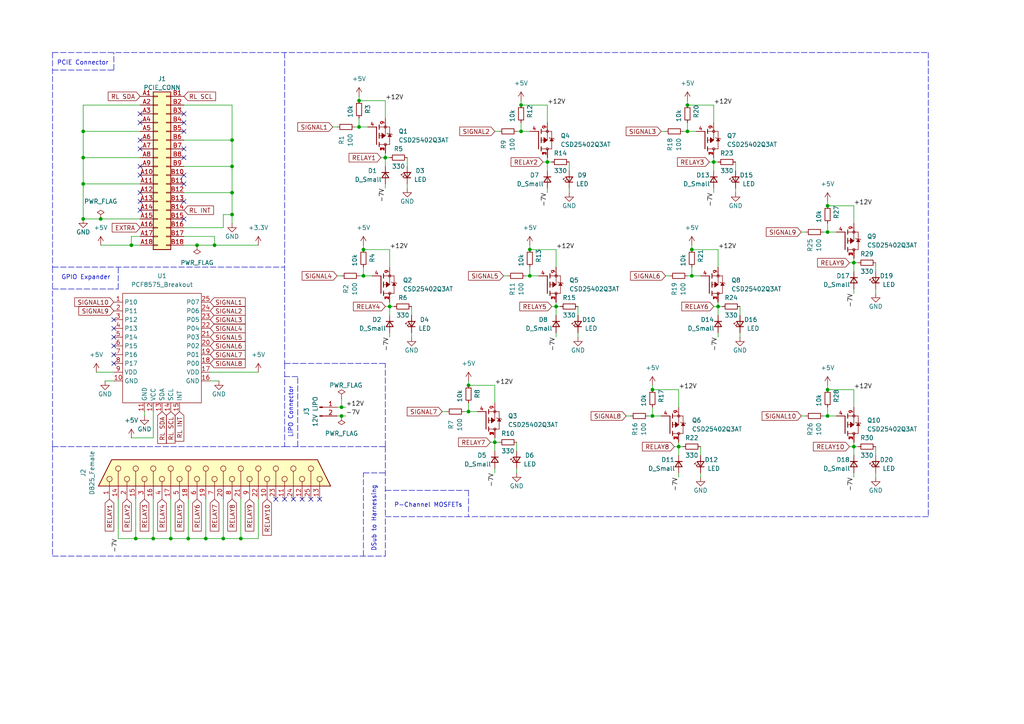
<source format=kicad_sch>
(kicad_sch (version 20211123) (generator eeschema)
  (paper "A4")
  (junction (at 49.53 156.21))
  (junction (at 44.45 156.21))
  (junction (at 247.65 129.54))
  (junction (at 113.03 88.9))
  (junction (at 151.13 30.48))
  (junction (at 189.23 120.65))
  (junction (at 105.41 72.39))
  (junction (at 161.29 88.9))
  (junction (at 38.1 71.12))
  (junction (at 67.31 48.26))
  (junction (at 240.03 113.03))
  (junction (at 104.14 36.83))
  (junction (at 207.01 46.99))
  (junction (at 67.31 55.88))
  (junction (at 99.06 120.65))
  (junction (at 196.85 129.54))
  (junction (at 105.41 80.01))
  (junction (at 59.69 156.21))
  (junction (at 57.15 71.12))
  (junction (at 208.28 88.9))
  (junction (at 199.39 30.48))
  (junction (at 247.65 76.2))
  (junction (at 24.13 38.1))
  (junction (at 199.39 38.1))
  (junction (at 104.14 29.21))
  (junction (at 135.89 119.38))
  (junction (at 64.77 156.21))
  (junction (at 153.67 80.01))
  (junction (at 24.13 63.5))
  (junction (at 67.31 40.64))
  (junction (at 240.03 67.31))
  (junction (at 29.21 63.5))
  (junction (at 143.51 128.27))
  (junction (at 62.23 71.12))
  (junction (at 135.89 111.76))
  (junction (at 200.66 72.39))
  (junction (at 151.13 38.1))
  (junction (at 69.85 156.21))
  (junction (at 24.13 45.72))
  (junction (at 24.13 53.34))
  (junction (at 111.76 45.72))
  (junction (at 153.67 72.39))
  (junction (at 240.03 120.65))
  (junction (at 67.31 62.23))
  (junction (at 54.61 156.21))
  (junction (at 200.66 80.01))
  (junction (at 240.03 59.69))
  (junction (at 158.75 46.99))
  (junction (at 99.06 118.11))
  (junction (at 189.23 113.03))
  (junction (at 39.37 156.21))
  (no_connect (at 33.02 95.25))
  (no_connect (at 33.02 92.71))
  (no_connect (at 33.02 97.79))
  (no_connect (at 53.34 58.42))
  (no_connect (at 53.34 53.34))
  (no_connect (at 53.34 50.8))
  (no_connect (at 40.64 58.42))
  (no_connect (at 40.64 40.64))
  (no_connect (at 40.64 60.96))
  (no_connect (at 40.64 43.18))
  (no_connect (at 40.64 48.26))
  (no_connect (at 40.64 50.8))
  (no_connect (at 40.64 55.88))
  (no_connect (at 53.34 33.02))
  (no_connect (at 53.34 43.18))
  (no_connect (at 53.34 45.72))
  (no_connect (at 40.64 33.02))
  (no_connect (at 53.34 63.5))
  (no_connect (at 53.34 38.1))
  (no_connect (at 40.64 35.56))
  (no_connect (at 53.34 35.56))
  (no_connect (at 85.09 144.78))
  (no_connect (at 82.55 144.78))
  (no_connect (at 87.63 144.78))
  (no_connect (at 92.71 144.78))
  (no_connect (at 90.17 144.78))
  (no_connect (at 80.01 144.78))
  (no_connect (at 33.02 100.33))
  (no_connect (at 33.02 105.41))
  (no_connect (at 33.02 102.87))
  (wire (pts (xy 200.66 71.12) (xy 200.66 72.39)))
  (wire (pts (xy 24.13 45.72) (xy 40.64 45.72)))
  (polyline (pts (xy 82.55 105.41) (xy 111.76 105.41)))
  (wire (pts (xy 135.89 111.76) (xy 143.51 111.76)))
  (polyline (pts (xy 82.55 15.24) (xy 82.55 105.41)))
  (wire (pts (xy 24.13 53.34) (xy 40.64 53.34)))
  (wire (pts (xy 38.1 71.12) (xy 40.64 71.12)))
  (wire (pts (xy 158.75 54.61) (xy 158.75 55.88)))
  (wire (pts (xy 38.1 68.58) (xy 38.1 71.12)))
  (wire (pts (xy 67.31 40.64) (xy 67.31 48.26)))
  (wire (pts (xy 59.69 156.21) (xy 59.69 144.78)))
  (wire (pts (xy 62.23 68.58) (xy 62.23 71.12)))
  (wire (pts (xy 232.41 67.31) (xy 233.68 67.31)))
  (wire (pts (xy 49.53 156.21) (xy 54.61 156.21)))
  (wire (pts (xy 161.29 87.63) (xy 161.29 88.9)))
  (wire (pts (xy 64.77 62.23) (xy 67.31 62.23)))
  (wire (pts (xy 96.52 36.83) (xy 97.79 36.83)))
  (wire (pts (xy 60.96 107.95) (xy 74.93 107.95)))
  (wire (pts (xy 158.75 30.48) (xy 158.75 35.56)))
  (wire (pts (xy 246.38 76.2) (xy 247.65 76.2)))
  (wire (pts (xy 247.65 128.27) (xy 247.65 129.54)))
  (wire (pts (xy 161.29 72.39) (xy 161.29 77.47)))
  (wire (pts (xy 54.61 156.21) (xy 59.69 156.21)))
  (wire (pts (xy 158.75 45.72) (xy 158.75 46.99)))
  (polyline (pts (xy 15.24 77.47) (xy 15.24 129.54)))
  (wire (pts (xy 254 76.2) (xy 254 78.74)))
  (wire (pts (xy 119.38 88.9) (xy 119.38 91.44)))
  (wire (pts (xy 161.29 88.9) (xy 161.29 91.44)))
  (wire (pts (xy 165.1 46.99) (xy 165.1 49.53)))
  (polyline (pts (xy 15.24 77.47) (xy 82.55 77.47)))
  (wire (pts (xy 111.76 88.9) (xy 113.03 88.9)))
  (wire (pts (xy 34.29 144.78) (xy 34.29 156.21)))
  (wire (pts (xy 34.29 156.21) (xy 39.37 156.21)))
  (wire (pts (xy 196.85 129.54) (xy 198.12 129.54)))
  (wire (pts (xy 247.65 137.16) (xy 247.65 138.43)))
  (wire (pts (xy 113.03 87.63) (xy 113.03 88.9)))
  (wire (pts (xy 240.03 67.31) (xy 238.76 67.31)))
  (wire (pts (xy 104.14 27.94) (xy 104.14 29.21)))
  (wire (pts (xy 208.28 88.9) (xy 208.28 91.44)))
  (wire (pts (xy 151.13 38.1) (xy 149.86 38.1)))
  (wire (pts (xy 113.03 96.52) (xy 113.03 97.79)))
  (wire (pts (xy 53.34 40.64) (xy 67.31 40.64)))
  (wire (pts (xy 208.28 88.9) (xy 209.55 88.9)))
  (polyline (pts (xy 82.55 105.41) (xy 82.55 129.54)))
  (wire (pts (xy 213.36 54.61) (xy 213.36 55.88)))
  (polyline (pts (xy 15.24 15.24) (xy 15.24 77.47)))
  (wire (pts (xy 207.01 45.72) (xy 207.01 46.99)))
  (wire (pts (xy 99.06 118.11) (xy 100.33 118.11)))
  (wire (pts (xy 153.67 71.12) (xy 153.67 72.39)))
  (wire (pts (xy 135.89 110.49) (xy 135.89 111.76)))
  (polyline (pts (xy 15.24 15.24) (xy 237.49 15.24)))
  (polyline (pts (xy 86.36 129.54) (xy 86.36 109.22)))
  (wire (pts (xy 113.03 88.9) (xy 114.3 88.9)))
  (wire (pts (xy 53.34 30.48) (xy 67.31 30.48)))
  (wire (pts (xy 247.65 113.03) (xy 247.65 118.11)))
  (wire (pts (xy 105.41 72.39) (xy 113.03 72.39)))
  (wire (pts (xy 167.64 96.52) (xy 167.64 97.79)))
  (wire (pts (xy 111.76 53.34) (xy 111.76 54.61)))
  (wire (pts (xy 24.13 45.72) (xy 24.13 53.34)))
  (wire (pts (xy 247.65 76.2) (xy 247.65 78.74)))
  (wire (pts (xy 254 83.82) (xy 254 85.09)))
  (wire (pts (xy 199.39 38.1) (xy 201.93 38.1)))
  (wire (pts (xy 157.48 46.99) (xy 158.75 46.99)))
  (wire (pts (xy 203.2 137.16) (xy 203.2 138.43)))
  (wire (pts (xy 199.39 38.1) (xy 198.12 38.1)))
  (wire (pts (xy 97.79 80.01) (xy 99.06 80.01)))
  (wire (pts (xy 105.41 80.01) (xy 104.14 80.01)))
  (wire (pts (xy 207.01 46.99) (xy 208.28 46.99)))
  (wire (pts (xy 149.86 135.89) (xy 149.86 137.16)))
  (polyline (pts (xy 105.41 161.29) (xy 105.41 137.16)))
  (wire (pts (xy 247.65 59.69) (xy 247.65 64.77)))
  (polyline (pts (xy 111.76 142.24) (xy 135.89 142.24)))
  (wire (pts (xy 240.03 67.31) (xy 242.57 67.31)))
  (wire (pts (xy 135.89 119.38) (xy 138.43 119.38)))
  (wire (pts (xy 99.06 115.57) (xy 99.06 118.11)))
  (wire (pts (xy 240.03 118.11) (xy 240.03 120.65)))
  (wire (pts (xy 232.41 120.65) (xy 233.68 120.65)))
  (wire (pts (xy 208.28 87.63) (xy 208.28 88.9)))
  (wire (pts (xy 64.77 156.21) (xy 64.77 144.78)))
  (wire (pts (xy 30.48 110.49) (xy 33.02 110.49)))
  (wire (pts (xy 160.02 88.9) (xy 161.29 88.9)))
  (wire (pts (xy 142.24 128.27) (xy 143.51 128.27)))
  (wire (pts (xy 113.03 88.9) (xy 113.03 91.44)))
  (wire (pts (xy 196.85 128.27) (xy 196.85 129.54)))
  (wire (pts (xy 53.34 55.88) (xy 67.31 55.88)))
  (wire (pts (xy 161.29 88.9) (xy 162.56 88.9)))
  (wire (pts (xy 146.05 80.01) (xy 147.32 80.01)))
  (wire (pts (xy 208.28 96.52) (xy 208.28 97.79)))
  (polyline (pts (xy 111.76 161.29) (xy 111.76 149.86)))
  (wire (pts (xy 24.13 38.1) (xy 40.64 38.1)))
  (polyline (pts (xy 15.24 129.54) (xy 82.55 129.54)))
  (wire (pts (xy 207.01 54.61) (xy 207.01 55.88)))
  (wire (pts (xy 74.93 156.21) (xy 74.93 144.78)))
  (wire (pts (xy 54.61 156.21) (xy 54.61 144.78)))
  (wire (pts (xy 240.03 64.77) (xy 240.03 67.31)))
  (wire (pts (xy 39.37 156.21) (xy 39.37 144.78)))
  (wire (pts (xy 104.14 36.83) (xy 102.87 36.83)))
  (wire (pts (xy 143.51 127) (xy 143.51 128.27)))
  (wire (pts (xy 149.86 128.27) (xy 149.86 130.81)))
  (wire (pts (xy 105.41 71.12) (xy 105.41 72.39)))
  (wire (pts (xy 254 129.54) (xy 254 132.08)))
  (wire (pts (xy 67.31 55.88) (xy 67.31 62.23)))
  (wire (pts (xy 104.14 34.29) (xy 104.14 36.83)))
  (wire (pts (xy 189.23 120.65) (xy 187.96 120.65)))
  (wire (pts (xy 151.13 38.1) (xy 153.67 38.1)))
  (wire (pts (xy 151.13 29.21) (xy 151.13 30.48)))
  (wire (pts (xy 143.51 135.89) (xy 143.51 137.16)))
  (polyline (pts (xy 111.76 129.54) (xy 111.76 149.86)))
  (wire (pts (xy 153.67 80.01) (xy 156.21 80.01)))
  (wire (pts (xy 67.31 48.26) (xy 67.31 55.88)))
  (wire (pts (xy 119.38 96.52) (xy 119.38 97.79)))
  (wire (pts (xy 207.01 88.9) (xy 208.28 88.9)))
  (wire (pts (xy 111.76 45.72) (xy 113.03 45.72)))
  (wire (pts (xy 214.63 96.52) (xy 214.63 97.79)))
  (wire (pts (xy 208.28 72.39) (xy 208.28 77.47)))
  (wire (pts (xy 240.03 58.42) (xy 240.03 59.69)))
  (wire (pts (xy 29.21 71.12) (xy 38.1 71.12)))
  (polyline (pts (xy 237.49 15.24) (xy 269.24 15.24)))
  (wire (pts (xy 53.34 66.04) (xy 64.77 66.04)))
  (wire (pts (xy 199.39 30.48) (xy 207.01 30.48)))
  (wire (pts (xy 69.85 156.21) (xy 74.93 156.21)))
  (wire (pts (xy 49.53 156.21) (xy 49.53 144.78)))
  (wire (pts (xy 24.13 63.5) (xy 29.21 63.5)))
  (wire (pts (xy 97.79 120.65) (xy 99.06 120.65)))
  (wire (pts (xy 143.51 128.27) (xy 143.51 130.81)))
  (wire (pts (xy 254 137.16) (xy 254 138.43)))
  (polyline (pts (xy 34.29 83.82) (xy 34.29 77.47)))
  (wire (pts (xy 59.69 156.21) (xy 64.77 156.21)))
  (wire (pts (xy 128.27 119.38) (xy 129.54 119.38)))
  (wire (pts (xy 60.96 110.49) (xy 63.5 110.49)))
  (wire (pts (xy 44.45 119.38) (xy 44.45 127)))
  (wire (pts (xy 24.13 30.48) (xy 24.13 38.1)))
  (wire (pts (xy 189.23 120.65) (xy 191.77 120.65)))
  (wire (pts (xy 247.65 76.2) (xy 248.92 76.2)))
  (wire (pts (xy 199.39 29.21) (xy 199.39 30.48)))
  (wire (pts (xy 196.85 137.16) (xy 196.85 138.43)))
  (wire (pts (xy 118.11 45.72) (xy 118.11 48.26)))
  (wire (pts (xy 53.34 68.58) (xy 62.23 68.58)))
  (wire (pts (xy 69.85 156.21) (xy 69.85 144.78)))
  (polyline (pts (xy 15.24 20.32) (xy 33.02 20.32)))
  (wire (pts (xy 191.77 38.1) (xy 193.04 38.1)))
  (wire (pts (xy 196.85 113.03) (xy 196.85 118.11)))
  (polyline (pts (xy 269.24 15.24) (xy 269.24 149.86)))
  (polyline (pts (xy 33.02 20.32) (xy 33.02 15.24)))
  (wire (pts (xy 199.39 35.56) (xy 199.39 38.1)))
  (wire (pts (xy 161.29 96.52) (xy 161.29 97.79)))
  (wire (pts (xy 200.66 80.01) (xy 203.2 80.01)))
  (polyline (pts (xy 111.76 149.86) (xy 237.49 149.86)))
  (wire (pts (xy 193.04 80.01) (xy 194.31 80.01)))
  (wire (pts (xy 240.03 59.69) (xy 247.65 59.69)))
  (wire (pts (xy 97.79 118.11) (xy 99.06 118.11)))
  (wire (pts (xy 57.15 71.12) (xy 62.23 71.12)))
  (wire (pts (xy 143.51 128.27) (xy 144.78 128.27)))
  (wire (pts (xy 135.89 119.38) (xy 134.62 119.38)))
  (wire (pts (xy 41.91 119.38) (xy 41.91 120.65)))
  (wire (pts (xy 64.77 66.04) (xy 64.77 62.23)))
  (wire (pts (xy 200.66 77.47) (xy 200.66 80.01)))
  (wire (pts (xy 203.2 129.54) (xy 203.2 132.08)))
  (polyline (pts (xy 86.36 109.22) (xy 82.55 109.22)))
  (wire (pts (xy 200.66 80.01) (xy 199.39 80.01)))
  (wire (pts (xy 67.31 62.23) (xy 67.31 64.77)))
  (wire (pts (xy 189.23 113.03) (xy 196.85 113.03)))
  (wire (pts (xy 104.14 29.21) (xy 111.76 29.21)))
  (polyline (pts (xy 15.24 83.82) (xy 34.29 83.82)))
  (wire (pts (xy 44.45 156.21) (xy 49.53 156.21)))
  (wire (pts (xy 40.64 68.58) (xy 38.1 68.58)))
  (polyline (pts (xy 105.41 137.16) (xy 111.76 137.16)))
  (wire (pts (xy 200.66 72.39) (xy 208.28 72.39)))
  (wire (pts (xy 44.45 156.21) (xy 44.45 144.78)))
  (wire (pts (xy 110.49 45.72) (xy 111.76 45.72)))
  (wire (pts (xy 64.77 156.21) (xy 69.85 156.21)))
  (polyline (pts (xy 82.55 129.54) (xy 111.76 129.54)))
  (wire (pts (xy 247.65 129.54) (xy 247.65 132.08)))
  (wire (pts (xy 24.13 53.34) (xy 24.13 63.5)))
  (wire (pts (xy 111.76 45.72) (xy 111.76 48.26)))
  (wire (pts (xy 189.23 118.11) (xy 189.23 120.65)))
  (wire (pts (xy 153.67 72.39) (xy 161.29 72.39)))
  (wire (pts (xy 189.23 111.76) (xy 189.23 113.03)))
  (wire (pts (xy 29.21 63.5) (xy 40.64 63.5)))
  (polyline (pts (xy 111.76 129.54) (xy 111.76 105.41)))
  (wire (pts (xy 158.75 46.99) (xy 158.75 49.53)))
  (wire (pts (xy 167.64 88.9) (xy 167.64 91.44)))
  (polyline (pts (xy 15.24 129.54) (xy 15.24 161.29)))
  (wire (pts (xy 158.75 46.99) (xy 160.02 46.99)))
  (wire (pts (xy 246.38 129.54) (xy 247.65 129.54)))
  (wire (pts (xy 135.89 116.84) (xy 135.89 119.38)))
  (wire (pts (xy 214.63 88.9) (xy 214.63 91.44)))
  (wire (pts (xy 151.13 30.48) (xy 158.75 30.48)))
  (wire (pts (xy 38.1 127) (xy 44.45 127)))
  (polyline (pts (xy 269.24 149.86) (xy 237.49 149.86)))
  (wire (pts (xy 196.85 129.54) (xy 196.85 132.08)))
  (wire (pts (xy 165.1 54.61) (xy 165.1 55.88)))
  (wire (pts (xy 105.41 80.01) (xy 107.95 80.01)))
  (wire (pts (xy 143.51 111.76) (xy 143.51 116.84)))
  (wire (pts (xy 247.65 129.54) (xy 248.92 129.54)))
  (wire (pts (xy 240.03 120.65) (xy 238.76 120.65)))
  (wire (pts (xy 240.03 111.76) (xy 240.03 113.03)))
  (wire (pts (xy 247.65 74.93) (xy 247.65 76.2)))
  (wire (pts (xy 240.03 113.03) (xy 247.65 113.03)))
  (wire (pts (xy 247.65 83.82) (xy 247.65 85.09)))
  (wire (pts (xy 105.41 77.47) (xy 105.41 80.01)))
  (wire (pts (xy 62.23 71.12) (xy 74.93 71.12)))
  (wire (pts (xy 24.13 38.1) (xy 24.13 45.72)))
  (wire (pts (xy 143.51 38.1) (xy 144.78 38.1)))
  (wire (pts (xy 40.64 30.48) (xy 24.13 30.48)))
  (wire (pts (xy 118.11 53.34) (xy 118.11 54.61)))
  (wire (pts (xy 195.58 129.54) (xy 196.85 129.54)))
  (wire (pts (xy 99.06 120.65) (xy 100.33 120.65)))
  (polyline (pts (xy 15.24 161.29) (xy 111.76 161.29)))
  (wire (pts (xy 39.37 156.21) (xy 44.45 156.21)))
  (wire (pts (xy 240.03 120.65) (xy 242.57 120.65)))
  (wire (pts (xy 111.76 44.45) (xy 111.76 45.72)))
  (wire (pts (xy 104.14 36.83) (xy 106.68 36.83)))
  (wire (pts (xy 113.03 72.39) (xy 113.03 77.47)))
  (wire (pts (xy 207.01 30.48) (xy 207.01 35.56)))
  (wire (pts (xy 53.34 71.12) (xy 57.15 71.12)))
  (wire (pts (xy 153.67 80.01) (xy 152.4 80.01)))
  (wire (pts (xy 213.36 46.99) (xy 213.36 49.53)))
  (polyline (pts (xy 135.89 142.24) (xy 135.89 149.86)))
  (wire (pts (xy 205.74 46.99) (xy 207.01 46.99)))
  (wire (pts (xy 181.61 120.65) (xy 182.88 120.65)))
  (wire (pts (xy 67.31 30.48) (xy 67.31 40.64)))
  (wire (pts (xy 207.01 46.99) (xy 207.01 49.53)))
  (wire (pts (xy 53.34 48.26) (xy 67.31 48.26)))
  (wire (pts (xy 151.13 35.56) (xy 151.13 38.1)))
  (wire (pts (xy 27.94 107.95) (xy 33.02 107.95)))
  (wire (pts (xy 111.76 29.21) (xy 111.76 34.29)))
  (wire (pts (xy 153.67 77.47) (xy 153.67 80.01)))
  (text "DSub to Harnessing" (at 109.22 160.02 90) (effects (font (size 1.27 1.27)) (justify left bottom)))
  (text "GPIO Expander" (at 17.78 81.28 0) (effects (font (size 1.27 1.27)) (justify left bottom)))
  (text "PCIE Connector" (at 16.51 19.05 0) (effects (font (size 1.27 1.27)) (justify left bottom)))
  (text "P-Channel MOSFETs" (at 114.3 147.32 0) (effects (font (size 1.27 1.27)) (justify left bottom)))
  (text "LiPO Connector\n" (at 85.09 127 90) (effects (font (size 1.27 1.27)) (justify left bottom)))
  (label "-7V" (at 113.03 97.79 270))
  (label "-7V" (at 247.65 138.43 270))
  (label "+12V" (at 207.01 30.48 0))
  (label "-7V" (at 34.29 156.21 270))
  (label "+12V" (at 208.28 72.39 0))
  (label "+12V" (at 143.51 111.76 0))
  (label "+12V" (at 100.33 118.11 0))
  (label "+12V" (at 111.76 29.21 0))
  (label "-7V" (at 208.28 97.79 270))
  (label "-7V" (at 196.85 138.43 270))
  (label "+12V" (at 158.75 30.48 0))
  (label "-7V" (at 143.51 137.16 270))
  (label "-7V" (at 161.29 97.79 270))
  (label "+12V" (at 247.65 59.69 0))
  (label "-7V" (at 100.33 120.65 0))
  (label "-7V" (at 207.01 55.88 270))
  (label "-7V" (at 111.76 54.61 270))
  (label "-7V" (at 158.75 55.88 270))
  (label "+12V" (at 161.29 72.39 0))
  (label "+12V" (at 196.85 113.03 0))
  (label "-7V" (at 247.65 85.09 270))
  (label "+12V" (at 113.03 72.39 0))
  (label "+12V" (at 247.65 113.03 0))
  (global_label "SIGNAL5" (shape input) (at 60.96 97.79 0) (property "Intersheet References" "${INTERSHEET_REFS}" (effects hide)))
  (global_label "RL INT" (shape input) (at 53.34 60.96 0) (property "Intersheet References" "${INTERSHEET_REFS}" (effects hide)))
  (global_label "RL SDA" (shape input) (at 40.64 27.94 180) (property "Intersheet References" "${INTERSHEET_REFS}" (effects hide)))
  (global_label "RELAY1" (shape input) (at 31.75 144.78 270) (property "Intersheet References" "${INTERSHEET_REFS}" (effects hide)))
  (global_label "SIGNAL9" (shape input) (at 33.02 90.17 180) (property "Intersheet References" "${INTERSHEET_REFS}" (effects hide)))
  (global_label "SIGNAL7" (shape input) (at 128.27 119.38 180) (property "Intersheet References" "${INTERSHEET_REFS}" (effects hide)))
  (global_label "SIGNAL8" (shape input) (at 181.61 120.65 180) (property "Intersheet References" "${INTERSHEET_REFS}" (effects hide)))
  (global_label "SIGNAL1" (shape input) (at 60.96 87.63 0) (property "Intersheet References" "${INTERSHEET_REFS}" (effects hide)))
  (global_label "RELAY2" (shape input) (at 157.48 46.99 180) (property "Intersheet References" "${INTERSHEET_REFS}" (effects hide)))
  (global_label "RELAY9" (shape input) (at 246.38 76.2 180) (property "Intersheet References" "${INTERSHEET_REFS}" (effects hide)))
  (global_label "RELAY5" (shape input) (at 52.07 144.78 270) (property "Intersheet References" "${INTERSHEET_REFS}" (effects hide)))
  (global_label "SIGNAL2" (shape input) (at 60.96 90.17 0) (property "Intersheet References" "${INTERSHEET_REFS}" (effects hide)))
  (global_label "RELAY1" (shape input) (at 110.49 45.72 180) (property "Intersheet References" "${INTERSHEET_REFS}" (effects hide)))
  (global_label "RELAY3" (shape input) (at 205.74 46.99 180) (property "Intersheet References" "${INTERSHEET_REFS}" (effects hide)))
  (global_label "RELAY8" (shape input) (at 195.58 129.54 180) (property "Intersheet References" "${INTERSHEET_REFS}" (effects hide)))
  (global_label "RL SCL" (shape input) (at 49.53 119.38 270) (property "Intersheet References" "${INTERSHEET_REFS}" (effects hide)))
  (global_label "SIGNAL2" (shape input) (at 143.51 38.1 180) (property "Intersheet References" "${INTERSHEET_REFS}" (effects hide)))
  (global_label "RELAY4" (shape input) (at 111.76 88.9 180) (property "Intersheet References" "${INTERSHEET_REFS}" (effects hide)))
  (global_label "RELAY5" (shape input) (at 160.02 88.9 180) (property "Intersheet References" "${INTERSHEET_REFS}" (effects hide)))
  (global_label "RELAY8" (shape input) (at 67.31 144.78 270) (property "Intersheet References" "${INTERSHEET_REFS}" (effects hide)))
  (global_label "RELAY9" (shape input) (at 72.39 144.78 270) (property "Intersheet References" "${INTERSHEET_REFS}" (effects hide)))
  (global_label "SIGNAL6" (shape input) (at 60.96 100.33 0) (property "Intersheet References" "${INTERSHEET_REFS}" (effects hide)))
  (global_label "RELAY10" (shape input) (at 246.38 129.54 180) (property "Intersheet References" "${INTERSHEET_REFS}" (effects hide)))
  (global_label "EXTRA" (shape input) (at 40.64 66.04 180) (property "Intersheet References" "${INTERSHEET_REFS}" (effects hide)))
  (global_label "SIGNAL4" (shape input) (at 97.79 80.01 180) (property "Intersheet References" "${INTERSHEET_REFS}" (effects hide)))
  (global_label "SIGNAL6" (shape input) (at 193.04 80.01 180) (property "Intersheet References" "${INTERSHEET_REFS}" (effects hide)))
  (global_label "RELAY6" (shape input) (at 57.15 144.78 270) (property "Intersheet References" "${INTERSHEET_REFS}" (effects hide)))
  (global_label "RELAY7" (shape input) (at 142.24 128.27 180) (property "Intersheet References" "${INTERSHEET_REFS}" (effects hide)))
  (global_label "SIGNAL4" (shape input) (at 60.96 95.25 0) (property "Intersheet References" "${INTERSHEET_REFS}" (effects hide)))
  (global_label "RL SCL" (shape input) (at 53.34 27.94 0) (property "Intersheet References" "${INTERSHEET_REFS}" (effects hide)))
  (global_label "SIGNAL3" (shape input) (at 191.77 38.1 180) (property "Intersheet References" "${INTERSHEET_REFS}" (effects hide)))
  (global_label "SIGNAL10" (shape input) (at 232.41 120.65 180) (property "Intersheet References" "${INTERSHEET_REFS}" (effects hide)))
  (global_label "RELAY6" (shape input) (at 207.01 88.9 180) (property "Intersheet References" "${INTERSHEET_REFS}" (effects hide)))
  (global_label "RELAY7" (shape input) (at 62.23 144.78 270) (property "Intersheet References" "${INTERSHEET_REFS}" (effects hide)))
  (global_label "RELAY2" (shape input) (at 36.83 144.78 270) (property "Intersheet References" "${INTERSHEET_REFS}" (effects hide)))
  (global_label "RELAY10" (shape input) (at 77.47 144.78 270) (property "Intersheet References" "${INTERSHEET_REFS}" (effects hide)))
  (global_label "SIGNAL5" (shape input) (at 146.05 80.01 180) (property "Intersheet References" "${INTERSHEET_REFS}" (effects hide)))
  (global_label "SIGNAL9" (shape input) (at 232.41 67.31 180) (property "Intersheet References" "${INTERSHEET_REFS}" (effects hide)))
  (global_label "RELAY3" (shape input) (at 41.91 144.78 270) (property "Intersheet References" "${INTERSHEET_REFS}" (effects hide)))
  (global_label "SIGNAL7" (shape input) (at 60.96 102.87 0) (property "Intersheet References" "${INTERSHEET_REFS}" (effects hide)))
  (global_label "RL INT" (shape input) (at 52.07 119.38 270) (property "Intersheet References" "${INTERSHEET_REFS}" (effects hide)))
  (global_label "RL SDA" (shape input) (at 46.99 119.38 270) (property "Intersheet References" "${INTERSHEET_REFS}" (effects hide)))
  (global_label "SIGNAL10" (shape input) (at 33.02 87.63 180) (property "Intersheet References" "${INTERSHEET_REFS}" (effects hide)))
  (global_label "SIGNAL1" (shape input) (at 96.52 36.83 180) (property "Intersheet References" "${INTERSHEET_REFS}" (effects hide)))
  (global_label "RELAY4" (shape input) (at 46.99 144.78 270) (property "Intersheet References" "${INTERSHEET_REFS}" (effects hide)))
  (global_label "SIGNAL8" (shape input) (at 60.96 105.41 0) (property "Intersheet References" "${INTERSHEET_REFS}" (effects hide)))
  (global_label "SIGNAL3" (shape input) (at 60.96 92.71 0) (property "Intersheet References" "${INTERSHEET_REFS}" (effects hide)))
  (symbol (lib_id "Device:R_Small") (at 162.56 46.99 90) (unit 1)
    (property "Reference" "R14" (at 162.56 44.45 90))
    (property "Value" "330" (at 162.56 49.53 90))
    (property "Footprint" "Resistor_SMD:R_0805_2012Metric" (effects hide))
  )
  (symbol (lib_id "power:GND") (at 41.91 120.65 0) (unit 1)
    (property "Reference" "#PWR0113" (effects hide))
    (property "Value" "GND" (at 41.91 124.46 0))
  )
  (symbol (lib_id "CSD25402Q3AT:CSD25402Q3AT") (at 245.11 123.19 0) (unit 1)
    (property "Reference" "Q10" (at 251.46 121.9199 0) (effects (justify left)))
    (property "Value" "CSD25402Q3AT" (at 251.46 124.4599 0) (effects (justify left)))
    (property "Footprint" "MOSFET:TRANS_CSD25402Q3AT" (effects hide))
    (property "MANUFACTURER" "Texas Instruments" (effects hide))
    (property "PARTREV" "B" (effects hide))
    (property "MAXIMUM_PACKAGE_HEIGHT" "0.9 mm" (effects hide))
    (property "STANDARD" "Manufacturer Recommendations" (effects hide))
  )
  (symbol (lib_id "power:+5V") (at 200.66 71.12 0) (unit 1)
    (property "Reference" "#PWR0114" (effects hide))
    (property "Value" "+5V" (at 200.66 66.04 0))
  )
  (symbol (lib_id "power:PWR_FLAG") (at 99.06 115.57 0) (unit 1)
    (property "Reference" "#FLG0102" (effects hide))
    (property "Value" "PWR_FLAG" (at 100.33 111.76 0))
  )
  (symbol (lib_id "Device:D_Small") (at 247.65 81.28 270) (unit 1)
    (property "Reference" "D17" (at 242.57 80.01 90) (effects (justify left)))
    (property "Value" "D_Small" (at 238.76 82.55 90) (effects (justify left)))
    (property "Footprint" "Diode_THT:D_DO-15_P2.54mm_Vertical_AnodeUp" (effects hide))
  )
  (symbol (lib_id "CSD25402Q3AT:CSD25402Q3AT") (at 245.11 69.85 0) (unit 1)
    (property "Reference" "Q9" (at 251.46 68.5799 0) (effects (justify left)))
    (property "Value" "CSD25402Q3AT" (at 251.46 71.1199 0) (effects (justify left)))
    (property "Footprint" "MOSFET:TRANS_CSD25402Q3AT" (effects hide))
    (property "MANUFACTURER" "Texas Instruments" (effects hide))
    (property "PARTREV" "B" (effects hide))
    (property "MAXIMUM_PACKAGE_HEIGHT" "0.9 mm" (effects hide))
    (property "STANDARD" "Manufacturer Recommendations" (effects hide))
  )
  (symbol (lib_id "Device:D_Small") (at 247.65 134.62 270) (unit 1)
    (property "Reference" "D18" (at 242.57 133.35 90) (effects (justify left)))
    (property "Value" "D_Small" (at 238.76 135.89 90) (effects (justify left)))
    (property "Footprint" "Diode_THT:D_DO-15_P2.54mm_Vertical_AnodeUp" (effects hide))
  )
  (symbol (lib_id "Device:LED_Small") (at 213.36 52.07 90) (unit 1)
    (property "Reference" "D15" (at 218.44 50.8 90) (effects (justify left)))
    (property "Value" "LED" (at 217.17 53.34 90))
    (property "Footprint" "LED_THT:LED_D1.8mm_W3.3mm_H2.4mm" (effects hide))
  )
  (symbol (lib_id "power:GND") (at 213.36 55.88 0) (unit 1)
    (property "Reference" "#PWR0129" (effects hide))
    (property "Value" "GND" (at 213.36 59.69 0))
  )
  (symbol (lib_id "Device:R_Small") (at 100.33 36.83 270) (unit 1)
    (property "Reference" "R1" (at 99.06 40.64 0))
    (property "Value" "100" (at 101.6 40.64 0))
    (property "Footprint" "Resistor_SMD:R_0805_2012Metric" (effects hide))
  )
  (symbol (lib_id "Device:D_Small") (at 143.51 133.35 270) (unit 1)
    (property "Reference" "D5" (at 138.43 132.08 90) (effects (justify left)))
    (property "Value" "D_Small" (at 134.62 134.62 90) (effects (justify left)))
    (property "Footprint" "Diode_THT:D_DO-15_P2.54mm_Vertical_AnodeUp" (effects hide))
  )
  (symbol (lib_id "CSD25402Q3AT:CSD25402Q3AT") (at 204.47 40.64 0) (unit 1)
    (property "Reference" "Q7" (at 210.82 39.3699 0) (effects (justify left)))
    (property "Value" "CSD25402Q3AT" (at 210.82 41.9099 0) (effects (justify left)))
    (property "Footprint" "MOSFET:TRANS_CSD25402Q3AT" (effects hide))
    (property "MANUFACTURER" "Texas Instruments" (effects hide))
    (property "PARTREV" "B" (effects hide))
    (property "MAXIMUM_PACKAGE_HEIGHT" "0.9 mm" (effects hide))
    (property "STANDARD" "Manufacturer Recommendations" (effects hide))
  )
  (symbol (lib_id "Device:R_Small") (at 147.32 128.27 90) (unit 1)
    (property "Reference" "R10" (at 147.32 125.73 90))
    (property "Value" "330" (at 147.32 130.81 90))
    (property "Footprint" "Resistor_SMD:R_0805_2012Metric" (effects hide))
  )
  (symbol (lib_id "Device:LED_Small") (at 214.63 93.98 90) (unit 1)
    (property "Reference" "D16" (at 219.71 92.71 90) (effects (justify left)))
    (property "Value" "LED" (at 218.44 95.25 90))
    (property "Footprint" "LED_THT:LED_D1.8mm_W3.3mm_H2.4mm" (effects hide))
  )
  (symbol (lib_id "Connector:DB25_Female") (at 62.23 137.16 90) (unit 1)
    (property "Reference" "J2" (at 24.13 137.16 0))
    (property "Value" "DB25_Female" (at 26.67 137.16 0))
    (property "Footprint" "Connector_Dsub:DSUB-25_Male_Horizontal_P2.77x2.84mm_EdgePinOffset7.70mm_Housed_MountingHolesOffset9.12mm" (effects hide))
    (property "Datasheet" " ~" (effects hide))
  )
  (symbol (lib_id "power:GND") (at 24.13 63.5 0) (unit 1)
    (property "Reference" "#PWR0109" (effects hide))
    (property "Value" "GND" (at 24.13 67.31 0))
  )
  (symbol (lib_id "Device:D_Small") (at 161.29 93.98 270) (unit 1)
    (property "Reference" "D8" (at 156.21 92.71 90) (effects (justify left)))
    (property "Value" "D_Small" (at 152.4 95.25 90) (effects (justify left)))
    (property "Footprint" "Diode_THT:D_DO-15_P2.54mm_Vertical_AnodeUp" (effects hide))
  )
  (symbol (lib_id "Device:R_Small") (at 199.39 33.02 180) (unit 1)
    (property "Reference" "R20" (at 201.93 34.29 90) (effects (justify right)))
    (property "Value" "10k" (at 196.85 31.75 90) (effects (justify left)))
    (property "Footprint" "Resistor_SMD:R_0805_2012Metric" (effects hide))
  )
  (symbol (lib_id "power:+5V") (at 29.21 71.12 0) (unit 1)
    (property "Reference" "#PWR0110" (effects hide))
    (property "Value" "+5V" (at 29.21 66.04 0))
  )
  (symbol (lib_id "Device:R_Small") (at 149.86 80.01 270) (unit 1)
    (property "Reference" "R11" (at 148.59 83.82 0))
    (property "Value" "100" (at 151.13 83.82 0))
    (property "Footprint" "Resistor_SMD:R_0805_2012Metric" (effects hide))
  )
  (symbol (lib_id "power:GND") (at 254 85.09 0) (unit 1)
    (property "Reference" "#PWR0120" (effects hide))
    (property "Value" "GND" (at 254 88.9 0))
  )
  (symbol (lib_id "CSD25402Q3AT:CSD25402Q3AT") (at 109.22 39.37 0) (unit 1)
    (property "Reference" "Q1" (at 115.57 38.0999 0) (effects (justify left)))
    (property "Value" "CSD25402Q3AT" (at 115.57 40.6399 0) (effects (justify left)))
    (property "Footprint" "MOSFET:TRANS_CSD25402Q3AT" (effects hide))
    (property "MANUFACTURER" "Texas Instruments" (effects hide))
    (property "PARTREV" "B" (effects hide))
    (property "MAXIMUM_PACKAGE_HEIGHT" "0.9 mm" (effects hide))
    (property "STANDARD" "Manufacturer Recommendations" (effects hide))
  )
  (symbol (lib_id "Device:LED_Small") (at 119.38 93.98 90) (unit 1)
    (property "Reference" "D4" (at 124.46 92.71 90) (effects (justify left)))
    (property "Value" "LED" (at 123.19 95.25 90))
    (property "Footprint" "LED_THT:LED_D1.8mm_W3.3mm_H2.4mm" (effects hide))
  )
  (symbol (lib_id "Device:R_Small") (at 153.67 74.93 180) (unit 1)
    (property "Reference" "R13" (at 156.21 76.2 90) (effects (justify right)))
    (property "Value" "10k" (at 151.13 73.66 90) (effects (justify left)))
    (property "Footprint" "Resistor_SMD:R_0805_2012Metric" (effects hide))
  )
  (symbol (lib_id "Device:R_Small") (at 236.22 120.65 270) (unit 1)
    (property "Reference" "R26" (at 234.95 124.46 0))
    (property "Value" "100" (at 237.49 124.46 0))
    (property "Footprint" "Resistor_SMD:R_0805_2012Metric" (effects hide))
  )
  (symbol (lib_id "Device:R_Small") (at 200.66 129.54 90) (unit 1)
    (property "Reference" "R22" (at 200.66 127 90))
    (property "Value" "330" (at 200.66 132.08 90))
    (property "Footprint" "Resistor_SMD:R_0805_2012Metric" (effects hide))
  )
  (symbol (lib_id "Device:R_Small") (at 101.6 80.01 270) (unit 1)
    (property "Reference" "R2" (at 100.33 83.82 0))
    (property "Value" "100" (at 102.87 83.82 0))
    (property "Footprint" "Resistor_SMD:R_0805_2012Metric" (effects hide))
  )
  (symbol (lib_id "Device:LED_Small") (at 149.86 133.35 90) (unit 1)
    (property "Reference" "D6" (at 154.94 132.08 90) (effects (justify left)))
    (property "Value" "LED" (at 153.67 134.62 90))
    (property "Footprint" "LED_THT:LED_D1.8mm_W3.3mm_H2.4mm" (effects hide))
  )
  (symbol (lib_id "Device:R_Small") (at 240.03 62.23 180) (unit 1)
    (property "Reference" "R27" (at 242.57 63.5 90) (effects (justify right)))
    (property "Value" "10k" (at 237.49 60.96 90) (effects (justify left)))
    (property "Footprint" "Resistor_SMD:R_0805_2012Metric" (effects hide))
  )
  (symbol (lib_id "CSD25402Q3AT:CSD25402Q3AT") (at 156.21 40.64 0) (unit 1)
    (property "Reference" "Q4" (at 162.56 39.3699 0) (effects (justify left)))
    (property "Value" "CSD25402Q3AT" (at 162.56 41.9099 0) (effects (justify left)))
    (property "Footprint" "MOSFET:TRANS_CSD25402Q3AT" (effects hide))
    (property "MANUFACTURER" "Texas Instruments" (effects hide))
    (property "PARTREV" "B" (effects hide))
    (property "MAXIMUM_PACKAGE_HEIGHT" "0.9 mm" (effects hide))
    (property "STANDARD" "Manufacturer Recommendations" (effects hide))
  )
  (symbol (lib_id "power:GND") (at 203.2 138.43 0) (unit 1)
    (property "Reference" "#PWR0116" (effects hide))
    (property "Value" "GND" (at 203.2 142.24 0))
  )
  (symbol (lib_id "Device:D_Small") (at 196.85 134.62 270) (unit 1)
    (property "Reference" "D11" (at 191.77 133.35 90) (effects (justify left)))
    (property "Value" "D_Small" (at 187.96 135.89 90) (effects (justify left)))
    (property "Footprint" "Diode_THT:D_DO-15_P2.54mm_Vertical_AnodeUp" (effects hide))
  )
  (symbol (lib_id "Device:R_Small") (at 135.89 114.3 180) (unit 1)
    (property "Reference" "R8" (at 138.43 115.57 90) (effects (justify right)))
    (property "Value" "10k" (at 133.35 113.03 90) (effects (justify left)))
    (property "Footprint" "Resistor_SMD:R_0805_2012Metric" (effects hide))
  )
  (symbol (lib_id "Device:R_Small") (at 236.22 67.31 270) (unit 1)
    (property "Reference" "R25" (at 234.95 71.12 0))
    (property "Value" "100" (at 237.49 71.12 0))
    (property "Footprint" "Resistor_SMD:R_0805_2012Metric" (effects hide))
  )
  (symbol (lib_id "power:GND") (at 254 138.43 0) (unit 1)
    (property "Reference" "#PWR0117" (effects hide))
    (property "Value" "GND" (at 254 142.24 0))
  )
  (symbol (lib_id "power:+3.3V") (at 74.93 71.12 0) (unit 1)
    (property "Reference" "#PWR0107" (effects hide))
    (property "Value" "+3.3V" (at 74.93 66.04 0))
  )
  (symbol (lib_id "Device:R_Small") (at 240.03 115.57 180) (unit 1)
    (property "Reference" "R28" (at 242.57 116.84 90) (effects (justify right)))
    (property "Value" "10k" (at 237.49 114.3 90) (effects (justify left)))
    (property "Footprint" "Resistor_SMD:R_0805_2012Metric" (effects hide))
  )
  (symbol (lib_id "power:+5V") (at 27.94 107.95 0) (unit 1)
    (property "Reference" "#PWR0111" (effects hide))
    (property "Value" "+5V" (at 27.94 102.87 0))
  )
  (symbol (lib_id "Device:R_Small") (at 196.85 80.01 270) (unit 1)
    (property "Reference" "R19" (at 195.58 83.82 0))
    (property "Value" "100" (at 198.12 83.82 0))
    (property "Footprint" "Resistor_SMD:R_0805_2012Metric" (effects hide))
  )
  (symbol (lib_id "Device:D_Small") (at 208.28 93.98 270) (unit 1)
    (property "Reference" "D14" (at 203.2 92.71 90) (effects (justify left)))
    (property "Value" "D_Small" (at 199.39 95.25 90) (effects (justify left)))
    (property "Footprint" "Diode_THT:D_DO-15_P2.54mm_Vertical_AnodeUp" (effects hide))
  )
  (symbol (lib_id "Device:R_Small") (at 151.13 33.02 180) (unit 1)
    (property "Reference" "R12" (at 153.67 34.29 90) (effects (justify right)))
    (property "Value" "10k" (at 148.59 31.75 90) (effects (justify left)))
    (property "Footprint" "Resistor_SMD:R_0805_2012Metric" (effects hide))
  )
  (symbol (lib_id "Connector:Conn_01x02_Male") (at 92.71 118.11 0) (unit 1)
    (property "Reference" "J3" (at 88.9 119.38 90))
    (property "Value" "12V LiPO" (at 91.44 119.38 90))
    (property "Footprint" "Connector_PinHeader_2.54mm:PinHeader_1x02_P2.54mm_Vertical" (effects hide))
  )
  (symbol (lib_id "Device:R_Small") (at 212.09 88.9 90) (unit 1)
    (property "Reference" "R24" (at 212.09 86.36 90))
    (property "Value" "330" (at 212.09 91.44 90))
    (property "Footprint" "Resistor_SMD:R_0805_2012Metric" (effects hide))
  )
  (symbol (lib_id "Device:LED_Small") (at 254 81.28 90) (unit 1)
    (property "Reference" "D19" (at 259.08 80.01 90) (effects (justify left)))
    (property "Value" "LED" (at 257.81 82.55 90))
    (property "Footprint" "LED_THT:LED_D1.8mm_W3.3mm_H2.4mm" (effects hide))
  )
  (symbol (lib_id "Device:R_Small") (at 116.84 88.9 90) (unit 1)
    (property "Reference" "R6" (at 116.84 86.36 90))
    (property "Value" "330" (at 116.84 91.44 90))
    (property "Footprint" "Resistor_SMD:R_0805_2012Metric" (effects hide))
  )
  (symbol (lib_id "Device:D_Small") (at 158.75 52.07 270) (unit 1)
    (property "Reference" "D7" (at 153.67 50.8 90) (effects (justify left)))
    (property "Value" "D_Small" (at 149.86 53.34 90) (effects (justify left)))
    (property "Footprint" "Diode_THT:D_DO-15_P2.54mm_Vertical_AnodeUp" (effects hide))
  )
  (symbol (lib_id "Device:LED_Small") (at 254 134.62 90) (unit 1)
    (property "Reference" "D20" (at 259.08 133.35 90) (effects (justify left)))
    (property "Value" "LED" (at 257.81 135.89 90))
    (property "Footprint" "LED_THT:LED_D1.8mm_W3.3mm_H2.4mm" (effects hide))
  )
  (symbol (lib_id "power:+5V") (at 199.39 29.21 0) (unit 1)
    (property "Reference" "#PWR0115" (effects hide))
    (property "Value" "+5V" (at 199.39 24.13 0))
  )
  (symbol (lib_id "power:PWR_FLAG") (at 57.15 71.12 180) (unit 1)
    (property "Reference" "#FLG0103" (effects hide))
    (property "Value" "PWR_FLAG" (at 57.15 76.2 0))
  )
  (symbol (lib_id "power:+5V") (at 151.13 29.21 0) (unit 1)
    (property "Reference" "#PWR0122" (effects hide))
    (property "Value" "+5V" (at 151.13 24.13 0))
  )
  (symbol (lib_id "power:GND") (at 119.38 97.79 0) (unit 1)
    (property "Reference" "#PWR0127" (effects hide))
    (property "Value" "GND" (at 119.38 101.6 0))
  )
  (symbol (lib_id "CSD25402Q3AT:CSD25402Q3AT") (at 158.75 82.55 0) (unit 1)
    (property "Reference" "Q5" (at 165.1 81.2799 0) (effects (justify left)))
    (property "Value" "CSD25402Q3AT" (at 165.1 83.8199 0) (effects (justify left)))
    (property "Footprint" "MOSFET:TRANS_CSD25402Q3AT" (effects hide))
    (property "MANUFACTURER" "Texas Instruments" (effects hide))
    (property "PARTREV" "B" (effects hide))
    (property "MAXIMUM_PACKAGE_HEIGHT" "0.9 mm" (effects hide))
    (property "STANDARD" "Manufacturer Recommendations" (effects hide))
  )
  (symbol (lib_id "power:GND") (at 30.48 110.49 0) (unit 1)
    (property "Reference" "#PWR0112" (effects hide))
    (property "Value" "GND" (at 30.48 114.3 0))
  )
  (symbol (lib_id "power:GND") (at 67.31 64.77 0) (unit 1)
    (property "Reference" "#PWR0108" (effects hide))
    (property "Value" "GND" (at 67.31 68.58 0))
  )
  (symbol (lib_id "Device:R_Small") (at 195.58 38.1 270) (unit 1)
    (property "Reference" "R18" (at 194.31 41.91 0))
    (property "Value" "100" (at 196.85 41.91 0))
    (property "Footprint" "Resistor_SMD:R_0805_2012Metric" (effects hide))
  )
  (symbol (lib_name "Conn_02x18_Row_Letter_First_1") (lib_id "Connector_Generic:Conn_02x18_Row_Letter_First") (at 45.72 48.26 0) (unit 1)
    (property "Reference" "J1" (at 46.99 22.86 0))
    (property "Value" "PCIE_CONN" (at 46.99 25.4 0))
    (property "Footprint" "Connector_PCBEdge:BUS_PCIexpress_x1" (effects hide))
  )
  (symbol (lib_id "power:+5V") (at 240.03 58.42 0) (unit 1)
    (property "Reference" "#PWR0119" (effects hide))
    (property "Value" "+5V" (at 240.03 53.34 0))
  )
  (symbol (lib_id "Device:R_Small") (at 200.66 74.93 180) (unit 1)
    (property "Reference" "R21" (at 203.2 76.2 90) (effects (justify right)))
    (property "Value" "10k" (at 198.12 73.66 90) (effects (justify left)))
    (property "Footprint" "Resistor_SMD:R_0805_2012Metric" (effects hide))
  )
  (symbol (lib_id "Device:R_Small") (at 210.82 46.99 90) (unit 1)
    (property "Reference" "R23" (at 210.82 44.45 90))
    (property "Value" "330" (at 210.82 49.53 90))
    (property "Footprint" "Resistor_SMD:R_0805_2012Metric" (effects hide))
  )
  (symbol (lib_id "power:GND") (at 149.86 137.16 0) (unit 1)
    (property "Reference" "#PWR0123" (effects hide))
    (property "Value" "GND" (at 149.86 140.97 0))
  )
  (symbol (lib_id "power:+5V") (at 38.1 127 0) (unit 1)
    (property "Reference" "#PWR0104" (effects hide))
    (property "Value" "+5V" (at 38.1 121.92 0))
  )
  (symbol (lib_id "power:PWR_FLAG") (at 29.21 63.5 0) (unit 1)
    (property "Reference" "#FLG0104" (effects hide))
    (property "Value" "PWR_FLAG" (at 29.21 58.42 0))
  )
  (symbol (lib_id "power:+5V") (at 104.14 27.94 0) (unit 1)
    (property "Reference" "#PWR0102" (effects hide))
    (property "Value" "+5V" (at 104.14 22.86 0))
  )
  (symbol (lib_id "power:GND") (at 165.1 55.88 0) (unit 1)
    (property "Reference" "#PWR0125" (effects hide))
    (property "Value" "GND" (at 165.1 59.69 0))
  )
  (symbol (lib_id "Device:R_Small") (at 104.14 31.75 180) (unit 1)
    (property "Reference" "R3" (at 106.68 33.02 90) (effects (justify right)))
    (property "Value" "10k" (at 101.6 30.48 90) (effects (justify left)))
    (property "Footprint" "Resistor_SMD:R_0805_2012Metric" (effects hide))
  )
  (symbol (lib_id "Device:LED_Small") (at 167.64 93.98 90) (unit 1)
    (property "Reference" "D10" (at 172.72 92.71 90) (effects (justify left)))
    (property "Value" "LED" (at 171.45 95.25 90))
    (property "Footprint" "LED_THT:LED_D1.8mm_W3.3mm_H2.4mm" (effects hide))
  )
  (symbol (lib_id "power:PWR_FLAG") (at 99.06 120.65 180) (unit 1)
    (property "Reference" "#FLG0101" (effects hide))
    (property "Value" "PWR_FLAG" (at 99.06 125.73 0))
  )
  (symbol (lib_id "power:+5V") (at 135.89 110.49 0) (unit 1)
    (property "Reference" "#PWR0124" (effects hide))
    (property "Value" "+5V" (at 135.89 105.41 0))
  )
  (symbol (lib_id "Device:R_Small") (at 189.23 115.57 180) (unit 1)
    (property "Reference" "R17" (at 191.77 116.84 90) (effects (justify right)))
    (property "Value" "10k" (at 186.69 114.3 90) (effects (justify left)))
    (property "Footprint" "Resistor_SMD:R_0805_2012Metric" (effects hide))
  )
  (symbol (lib_id "Device:R_Small") (at 132.08 119.38 270) (unit 1)
    (property "Reference" "R7" (at 130.81 123.19 0))
    (property "Value" "100" (at 133.35 123.19 0))
    (property "Footprint" "Resistor_SMD:R_0805_2012Metric" (effects hide))
  )
  (symbol (lib_id "power:GND") (at 167.64 97.79 0) (unit 1)
    (property "Reference" "#PWR0128" (effects hide))
    (property "Value" "GND" (at 167.64 101.6 0))
  )
  (symbol (lib_id "power:+5V") (at 74.93 107.95 0) (unit 1)
    (property "Reference" "#PWR0106" (effects hide))
    (property "Value" "+5V" (at 74.93 102.87 0))
  )
  (symbol (lib_id "power:GND") (at 214.63 97.79 0) (unit 1)
    (property "Reference" "#PWR0118" (effects hide))
    (property "Value" "GND" (at 214.63 101.6 0))
  )
  (symbol (lib_id "CSD25402Q3AT:CSD25402Q3AT") (at 140.97 121.92 0) (unit 1)
    (property "Reference" "Q3" (at 147.32 120.6499 0) (effects (justify left)))
    (property "Value" "CSD25402Q3AT" (at 147.32 123.1899 0) (effects (justify left)))
    (property "Footprint" "MOSFET:TRANS_CSD25402Q3AT" (effects hide))
    (property "MANUFACTURER" "Texas Instruments" (effects hide))
    (property "PARTREV" "B" (effects hide))
    (property "MAXIMUM_PACKAGE_HEIGHT" "0.9 mm" (effects hide))
    (property "STANDARD" "Manufacturer Recommendations" (effects hide))
  )
  (symbol (lib_id "power:GND") (at 118.11 54.61 0) (unit 1)
    (property "Reference" "#PWR0103" (effects hide))
    (property "Value" "GND" (at 118.11 58.42 0))
  )
  (symbol (lib_id "Device:R_Small") (at 115.57 45.72 90) (unit 1)
    (property "Reference" "R5" (at 115.57 43.18 90))
    (property "Value" "330" (at 115.57 48.26 90))
    (property "Footprint" "Resistor_SMD:R_0805_2012Metric" (effects hide))
  )
  (symbol (lib_id "CSD25402Q3AT:CSD25402Q3AT") (at 205.74 82.55 0) (unit 1)
    (property "Reference" "Q8" (at 212.09 81.2799 0) (effects (justify left)))
    (property "Value" "CSD25402Q3AT" (at 212.09 83.8199 0) (effects (justify left)))
    (property "Footprint" "MOSFET:TRANS_CSD25402Q3AT" (effects hide))
    (property "MANUFACTURER" "Texas Instruments" (effects hide))
    (property "PARTREV" "B" (effects hide))
    (property "MAXIMUM_PACKAGE_HEIGHT" "0.9 mm" (effects hide))
    (property "STANDARD" "Manufacturer Recommendations" (effects hide))
  )
  (symbol (lib_id "Device:R_Small") (at 147.32 38.1 270) (unit 1)
    (property "Reference" "R9" (at 146.05 41.91 0))
    (property "Value" "100" (at 148.59 41.91 0))
    (property "Footprint" "Resistor_SMD:R_0805_2012Metric" (effects hide))
  )
  (symbol (lib_id "PCF87575Breakout:PCF8575_Breakout") (at 46.99 99.06 0) (unit 1)
    (property "Reference" "U1" (at 46.99 80.01 0))
    (property "Value" "PCF8575_Breakout" (at 46.99 82.55 0))
    (property "Footprint" "PCF875BreakoutBoard5:PCF8575_Breakout" (effects hide))
  )
  (symbol (lib_id "Device:R_Small") (at 251.46 129.54 90) (unit 1)
    (property "Reference" "R30" (at 251.46 127 90))
    (property "Value" "330" (at 251.46 132.08 90))
    (property "Footprint" "Resistor_SMD:R_0805_2012Metric" (effects hide))
  )
  (symbol (lib_id "Device:D_Small") (at 111.76 50.8 270) (unit 1)
    (property "Reference" "D1" (at 106.68 49.53 90) (effects (justify left)))
    (property "Value" "D_Small" (at 102.87 52.07 90) (effects (justify left)))
    (property "Footprint" "Diode_THT:D_DO-15_P2.54mm_Vertical_AnodeUp" (effects hide))
  )
  (symbol (lib_id "Device:R_Small") (at 165.1 88.9 90) (unit 1)
    (property "Reference" "R15" (at 165.1 86.36 90))
    (property "Value" "330" (at 165.1 91.44 90))
    (property "Footprint" "Resistor_SMD:R_0805_2012Metric" (effects hide))
  )
  (symbol (lib_id "power:+5V") (at 153.67 71.12 0) (unit 1)
    (property "Reference" "#PWR0126" (effects hide))
    (property "Value" "+5V" (at 153.67 66.04 0))
  )
  (symbol (lib_id "power:GND") (at 63.5 110.49 0) (unit 1)
    (property "Reference" "#PWR0105" (effects hide))
    (property "Value" "GND" (at 63.5 114.3 0))
  )
  (symbol (lib_id "Device:D_Small") (at 207.01 52.07 270) (unit 1)
    (property "Reference" "D13" (at 201.93 50.8 90) (effects (justify left)))
    (property "Value" "D_Small" (at 198.12 53.34 90) (effects (justify left)))
    (property "Footprint" "Diode_THT:D_DO-15_P2.54mm_Vertical_AnodeUp" (effects hide))
  )
  (symbol (lib_id "power:+5V") (at 189.23 111.76 0) (unit 1)
    (property "Reference" "#PWR0130" (effects hide))
    (property "Value" "+5V" (at 189.23 106.68 0))
  )
  (symbol (lib_id "Device:LED_Small") (at 118.11 50.8 90) (unit 1)
    (property "Reference" "D3" (at 123.19 49.53 90) (effects (justify left)))
    (property "Value" "LED" (at 121.92 52.07 90))
    (property "Footprint" "LED_THT:LED_D1.8mm_W3.3mm_H2.4mm" (effects hide))
  )
  (symbol (lib_id "power:+5V") (at 105.41 71.12 0) (unit 1)
    (property "Reference" "#PWR0101" (effects hide))
    (property "Value" "+5V" (at 105.41 66.04 0))
  )
  (symbol (lib_id "CSD25402Q3AT:CSD25402Q3AT") (at 194.31 123.19 0) (unit 1)
    (property "Reference" "Q6" (at 200.66 121.9199 0) (effects (justify left)))
    (property "Value" "CSD25402Q3AT" (at 200.66 124.4599 0) (effects (justify left)))
    (property "Footprint" "MOSFET:TRANS_CSD25402Q3AT" (effects hide))
    (property "MANUFACTURER" "Texas Instruments" (effects hide))
    (property "PARTREV" "B" (effects hide))
    (property "MAXIMUM_PACKAGE_HEIGHT" "0.9 mm" (effects hide))
    (property "STANDARD" "Manufacturer Recommendations" (effects hide))
  )
  (symbol (lib_id "Device:D_Small") (at 113.03 93.98 270) (unit 1)
    (property "Reference" "D2" (at 107.95 92.71 90) (effects (justify left)))
    (property "Value" "D_Small" (at 104.14 95.25 90) (effects (justify left)))
    (property "Footprint" "Diode_THT:D_DO-15_P2.54mm_Vertical_AnodeUp" (effects hide))
  )
  (symbol (lib_id "Device:R_Small") (at 251.46 76.2 90) (unit 1)
    (property "Reference" "R29" (at 251.46 73.66 90))
    (property "Value" "330" (at 251.46 78.74 90))
    (property "Footprint" "Resistor_SMD:R_0805_2012Metric" (effects hide))
  )
  (symbol (lib_id "Device:LED_Small") (at 203.2 134.62 90) (unit 1)
    (property "Reference" "D12" (at 208.28 133.35 90) (effects (justify left)))
    (property "Value" "LED" (at 207.01 135.89 90))
    (property "Footprint" "LED_THT:LED_D1.8mm_W3.3mm_H2.4mm" (effects hide))
  )
  (symbol (lib_id "CSD25402Q3AT:CSD25402Q3AT") (at 110.49 82.55 0) (unit 1)
    (property "Reference" "Q2" (at 116.84 81.2799 0) (effects (justify left)))
    (property "Value" "CSD25402Q3AT" (at 116.84 83.8199 0) (effects (justify left)))
    (property "Footprint" "MOSFET:TRANS_CSD25402Q3AT" (effects hide))
    (property "MANUFACTURER" "Texas Instruments" (effects hide))
    (property "PARTREV" "B" (effects hide))
    (property "MAXIMUM_PACKAGE_HEIGHT" "0.9 mm" (effects hide))
    (property "STANDARD" "Manufacturer Recommendations" (effects hide))
  )
  (symbol (lib_id "Device:R_Small") (at 105.41 74.93 180) (unit 1)
    (property "Reference" "R4" (at 107.95 76.2 90) (effects (justify right)))
    (property "Value" "10k" (at 102.87 73.66 90) (effects (justify left)))
    (property "Footprint" "Resistor_SMD:R_0805_2012Metric" (effects hide))
  )
  (symbol (lib_id "Device:R_Small") (at 185.42 120.65 270) (unit 1)
    (property "Reference" "R16" (at 184.15 124.46 0))
    (property "Value" "100" (at 186.69 124.46 0))
    (property "Footprint" "Resistor_SMD:R_0805_2012Metric" (effects hide))
  )
  (symbol (lib_id "power:+5V") (at 240.03 111.76 0) (unit 1)
    (property "Reference" "#PWR0121" (effects hide))
    (property "Value" "+5V" (at 240.03 106.68 0))
  )
  (symbol (lib_id "Device:LED_Small") (at 165.1 52.07 90) (unit 1)
    (property "Reference" "D9" (at 170.18 50.8 90) (effects (justify left)))
    (property "Value" "LED" (at 168.91 53.34 90))
    (property "Footprint" "LED_THT:LED_D1.8mm_W3.3mm_H2.4mm" (effects hide))
  )
)
</source>
